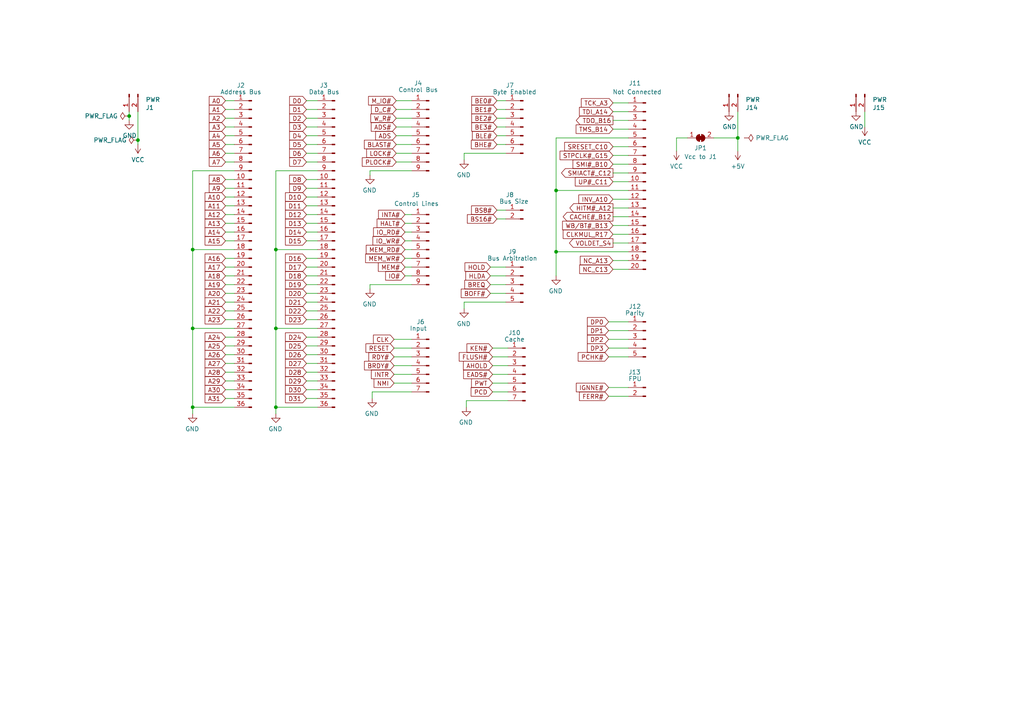
<source format=kicad_sch>
(kicad_sch (version 20211123) (generator eeschema)
  (paper "A4")
  (lib_symbols
    (symbol "Connector:Conn_01x02_Male" (pin_names (offset 1.016) hide)
      (property "Reference" "J" (at 0 2.54 0))
      (property "Value" "Conn_01x02_Male" (at 0 -5.08 0))
      (symbol "Conn_01x02_Male_1_1"
        (polyline (pts (xy 1.27 -2.54) (xy 0.8636 -2.54)) (stroke (width 0.1524)))
        (polyline (pts (xy 1.27 0) (xy 0.8636 0)) (stroke (width 0.1524)))
        (rectangle (start 0.8636 -2.413) (end 0 -2.667) (stroke (width 0.1524)) (fill (type outline)))
        (rectangle (start 0.8636 0.127) (end 0 -0.127) (stroke (width 0.1524)) (fill (type outline)))
        (pin passive line (at 5.08 0 180) (length 3.81) (name "Pin_1") (number "1"))
        (pin passive line (at 5.08 -2.54 180) (length 3.81) (name "Pin_2") (number "2"))
      )
    )
    (symbol "Connector:Conn_01x05_Male" (pin_names (offset 1.016) hide)
      (property "Reference" "J" (at 0 7.62 0))
      (property "Value" "Conn_01x05_Male" (at 0 -7.62 0))
      (symbol "Conn_01x05_Male_1_1"
        (polyline (pts (xy 1.27 -5.08) (xy 0.8636 -5.08)) (stroke (width 0.1524)))
        (polyline (pts (xy 1.27 -2.54) (xy 0.8636 -2.54)) (stroke (width 0.1524)))
        (polyline (pts (xy 1.27 0) (xy 0.8636 0)) (stroke (width 0.1524)))
        (polyline (pts (xy 1.27 2.54) (xy 0.8636 2.54)) (stroke (width 0.1524)))
        (polyline (pts (xy 1.27 5.08) (xy 0.8636 5.08)) (stroke (width 0.1524)))
        (rectangle (start 0.8636 -4.953) (end 0 -5.207) (stroke (width 0.1524)) (fill (type outline)))
        (rectangle (start 0.8636 -2.413) (end 0 -2.667) (stroke (width 0.1524)) (fill (type outline)))
        (rectangle (start 0.8636 0.127) (end 0 -0.127) (stroke (width 0.1524)) (fill (type outline)))
        (rectangle (start 0.8636 2.667) (end 0 2.413) (stroke (width 0.1524)) (fill (type outline)))
        (rectangle (start 0.8636 5.207) (end 0 4.953) (stroke (width 0.1524)) (fill (type outline)))
        (pin passive line (at 5.08 5.08 180) (length 3.81) (name "Pin_1") (number "1"))
        (pin passive line (at 5.08 2.54 180) (length 3.81) (name "Pin_2") (number "2"))
        (pin passive line (at 5.08 0 180) (length 3.81) (name "Pin_3") (number "3"))
        (pin passive line (at 5.08 -2.54 180) (length 3.81) (name "Pin_4") (number "4"))
        (pin passive line (at 5.08 -5.08 180) (length 3.81) (name "Pin_5") (number "5"))
      )
    )
    (symbol "Connector:Conn_01x07_Male" (pin_names (offset 1.016) hide)
      (property "Reference" "J" (at 0 10.16 0))
      (property "Value" "Conn_01x07_Male" (at 0 -10.16 0))
      (symbol "Conn_01x07_Male_1_1"
        (polyline (pts (xy 1.27 -7.62) (xy 0.8636 -7.62)) (stroke (width 0.1524)))
        (polyline (pts (xy 1.27 -5.08) (xy 0.8636 -5.08)) (stroke (width 0.1524)))
        (polyline (pts (xy 1.27 -2.54) (xy 0.8636 -2.54)) (stroke (width 0.1524)))
        (polyline (pts (xy 1.27 0) (xy 0.8636 0)) (stroke (width 0.1524)))
        (polyline (pts (xy 1.27 2.54) (xy 0.8636 2.54)) (stroke (width 0.1524)))
        (polyline (pts (xy 1.27 5.08) (xy 0.8636 5.08)) (stroke (width 0.1524)))
        (polyline (pts (xy 1.27 7.62) (xy 0.8636 7.62)) (stroke (width 0.1524)))
        (rectangle (start 0.8636 -7.493) (end 0 -7.747) (stroke (width 0.1524)) (fill (type outline)))
        (rectangle (start 0.8636 -4.953) (end 0 -5.207) (stroke (width 0.1524)) (fill (type outline)))
        (rectangle (start 0.8636 -2.413) (end 0 -2.667) (stroke (width 0.1524)) (fill (type outline)))
        (rectangle (start 0.8636 0.127) (end 0 -0.127) (stroke (width 0.1524)) (fill (type outline)))
        (rectangle (start 0.8636 2.667) (end 0 2.413) (stroke (width 0.1524)) (fill (type outline)))
        (rectangle (start 0.8636 5.207) (end 0 4.953) (stroke (width 0.1524)) (fill (type outline)))
        (rectangle (start 0.8636 7.747) (end 0 7.493) (stroke (width 0.1524)) (fill (type outline)))
        (pin passive line (at 5.08 7.62 180) (length 3.81) (name "Pin_1") (number "1"))
        (pin passive line (at 5.08 5.08 180) (length 3.81) (name "Pin_2") (number "2"))
        (pin passive line (at 5.08 2.54 180) (length 3.81) (name "Pin_3") (number "3"))
        (pin passive line (at 5.08 0 180) (length 3.81) (name "Pin_4") (number "4"))
        (pin passive line (at 5.08 -2.54 180) (length 3.81) (name "Pin_5") (number "5"))
        (pin passive line (at 5.08 -5.08 180) (length 3.81) (name "Pin_6") (number "6"))
        (pin passive line (at 5.08 -7.62 180) (length 3.81) (name "Pin_7") (number "7"))
      )
    )
    (symbol "Connector:Conn_01x09_Male" (pin_names (offset 1.016) hide)
      (property "Reference" "J" (at 0 12.7 0))
      (property "Value" "Conn_01x09_Male" (at 0 -12.7 0))
      (symbol "Conn_01x09_Male_1_1"
        (polyline (pts (xy 1.27 -10.16) (xy 0.8636 -10.16)) (stroke (width 0.1524)))
        (polyline (pts (xy 1.27 -7.62) (xy 0.8636 -7.62)) (stroke (width 0.1524)))
        (polyline (pts (xy 1.27 -5.08) (xy 0.8636 -5.08)) (stroke (width 0.1524)))
        (polyline (pts (xy 1.27 -2.54) (xy 0.8636 -2.54)) (stroke (width 0.1524)))
        (polyline (pts (xy 1.27 0) (xy 0.8636 0)) (stroke (width 0.1524)))
        (polyline (pts (xy 1.27 2.54) (xy 0.8636 2.54)) (stroke (width 0.1524)))
        (polyline (pts (xy 1.27 5.08) (xy 0.8636 5.08)) (stroke (width 0.1524)))
        (polyline (pts (xy 1.27 7.62) (xy 0.8636 7.62)) (stroke (width 0.1524)))
        (polyline (pts (xy 1.27 10.16) (xy 0.8636 10.16)) (stroke (width 0.1524)))
        (rectangle (start 0.8636 -10.033) (end 0 -10.287) (stroke (width 0.1524)) (fill (type outline)))
        (rectangle (start 0.8636 -7.493) (end 0 -7.747) (stroke (width 0.1524)) (fill (type outline)))
        (rectangle (start 0.8636 -4.953) (end 0 -5.207) (stroke (width 0.1524)) (fill (type outline)))
        (rectangle (start 0.8636 -2.413) (end 0 -2.667) (stroke (width 0.1524)) (fill (type outline)))
        (rectangle (start 0.8636 0.127) (end 0 -0.127) (stroke (width 0.1524)) (fill (type outline)))
        (rectangle (start 0.8636 2.667) (end 0 2.413) (stroke (width 0.1524)) (fill (type outline)))
        (rectangle (start 0.8636 5.207) (end 0 4.953) (stroke (width 0.1524)) (fill (type outline)))
        (rectangle (start 0.8636 7.747) (end 0 7.493) (stroke (width 0.1524)) (fill (type outline)))
        (rectangle (start 0.8636 10.287) (end 0 10.033) (stroke (width 0.1524)) (fill (type outline)))
        (pin passive line (at 5.08 10.16 180) (length 3.81) (name "Pin_1") (number "1"))
        (pin passive line (at 5.08 7.62 180) (length 3.81) (name "Pin_2") (number "2"))
        (pin passive line (at 5.08 5.08 180) (length 3.81) (name "Pin_3") (number "3"))
        (pin passive line (at 5.08 2.54 180) (length 3.81) (name "Pin_4") (number "4"))
        (pin passive line (at 5.08 0 180) (length 3.81) (name "Pin_5") (number "5"))
        (pin passive line (at 5.08 -2.54 180) (length 3.81) (name "Pin_6") (number "6"))
        (pin passive line (at 5.08 -5.08 180) (length 3.81) (name "Pin_7") (number "7"))
        (pin passive line (at 5.08 -7.62 180) (length 3.81) (name "Pin_8") (number "8"))
        (pin passive line (at 5.08 -10.16 180) (length 3.81) (name "Pin_9") (number "9"))
      )
    )
    (symbol "Connector:Conn_01x20_Male" (pin_names (offset 1.016) hide)
      (property "Reference" "J" (at 0 25.4 0))
      (property "Value" "Conn_01x20_Male" (at 0 -27.94 0))
      (symbol "Conn_01x20_Male_1_1"
        (polyline (pts (xy 1.27 -25.4) (xy 0.8636 -25.4)) (stroke (width 0.1524)))
        (polyline (pts (xy 1.27 -22.86) (xy 0.8636 -22.86)) (stroke (width 0.1524)))
        (polyline (pts (xy 1.27 -20.32) (xy 0.8636 -20.32)) (stroke (width 0.1524)))
        (polyline (pts (xy 1.27 -17.78) (xy 0.8636 -17.78)) (stroke (width 0.1524)))
        (polyline (pts (xy 1.27 -15.24) (xy 0.8636 -15.24)) (stroke (width 0.1524)))
        (polyline (pts (xy 1.27 -12.7) (xy 0.8636 -12.7)) (stroke (width 0.1524)))
        (polyline (pts (xy 1.27 -10.16) (xy 0.8636 -10.16)) (stroke (width 0.1524)))
        (polyline (pts (xy 1.27 -7.62) (xy 0.8636 -7.62)) (stroke (width 0.1524)))
        (polyline (pts (xy 1.27 -5.08) (xy 0.8636 -5.08)) (stroke (width 0.1524)))
        (polyline (pts (xy 1.27 -2.54) (xy 0.8636 -2.54)) (stroke (width 0.1524)))
        (polyline (pts (xy 1.27 0) (xy 0.8636 0)) (stroke (width 0.1524)))
        (polyline (pts (xy 1.27 2.54) (xy 0.8636 2.54)) (stroke (width 0.1524)))
        (polyline (pts (xy 1.27 5.08) (xy 0.8636 5.08)) (stroke (width 0.1524)))
        (polyline (pts (xy 1.27 7.62) (xy 0.8636 7.62)) (stroke (width 0.1524)))
        (polyline (pts (xy 1.27 10.16) (xy 0.8636 10.16)) (stroke (width 0.1524)))
        (polyline (pts (xy 1.27 12.7) (xy 0.8636 12.7)) (stroke (width 0.1524)))
        (polyline (pts (xy 1.27 15.24) (xy 0.8636 15.24)) (stroke (width 0.1524)))
        (polyline (pts (xy 1.27 17.78) (xy 0.8636 17.78)) (stroke (width 0.1524)))
        (polyline (pts (xy 1.27 20.32) (xy 0.8636 20.32)) (stroke (width 0.1524)))
        (polyline (pts (xy 1.27 22.86) (xy 0.8636 22.86)) (stroke (width 0.1524)))
        (rectangle (start 0.8636 -25.273) (end 0 -25.527) (stroke (width 0.1524)) (fill (type outline)))
        (rectangle (start 0.8636 -22.733) (end 0 -22.987) (stroke (width 0.1524)) (fill (type outline)))
        (rectangle (start 0.8636 -20.193) (end 0 -20.447) (stroke (width 0.1524)) (fill (type outline)))
        (rectangle (start 0.8636 -17.653) (end 0 -17.907) (stroke (width 0.1524)) (fill (type outline)))
        (rectangle (start 0.8636 -15.113) (end 0 -15.367) (stroke (width 0.1524)) (fill (type outline)))
        (rectangle (start 0.8636 -12.573) (end 0 -12.827) (stroke (width 0.1524)) (fill (type outline)))
        (rectangle (start 0.8636 -10.033) (end 0 -10.287) (stroke (width 0.1524)) (fill (type outline)))
        (rectangle (start 0.8636 -7.493) (end 0 -7.747) (stroke (width 0.1524)) (fill (type outline)))
        (rectangle (start 0.8636 -4.953) (end 0 -5.207) (stroke (width 0.1524)) (fill (type outline)))
        (rectangle (start 0.8636 -2.413) (end 0 -2.667) (stroke (width 0.1524)) (fill (type outline)))
        (rectangle (start 0.8636 0.127) (end 0 -0.127) (stroke (width 0.1524)) (fill (type outline)))
        (rectangle (start 0.8636 2.667) (end 0 2.413) (stroke (width 0.1524)) (fill (type outline)))
        (rectangle (start 0.8636 5.207) (end 0 4.953) (stroke (width 0.1524)) (fill (type outline)))
        (rectangle (start 0.8636 7.747) (end 0 7.493) (stroke (width 0.1524)) (fill (type outline)))
        (rectangle (start 0.8636 10.287) (end 0 10.033) (stroke (width 0.1524)) (fill (type outline)))
        (rectangle (start 0.8636 12.827) (end 0 12.573) (stroke (width 0.1524)) (fill (type outline)))
        (rectangle (start 0.8636 15.367) (end 0 15.113) (stroke (width 0.1524)) (fill (type outline)))
        (rectangle (start 0.8636 17.907) (end 0 17.653) (stroke (width 0.1524)) (fill (type outline)))
        (rectangle (start 0.8636 20.447) (end 0 20.193) (stroke (width 0.1524)) (fill (type outline)))
        (rectangle (start 0.8636 22.987) (end 0 22.733) (stroke (width 0.1524)) (fill (type outline)))
        (pin passive line (at 5.08 22.86 180) (length 3.81) (name "Pin_1") (number "1"))
        (pin passive line (at 5.08 0 180) (length 3.81) (name "Pin_10") (number "10"))
        (pin passive line (at 5.08 -2.54 180) (length 3.81) (name "Pin_11") (number "11"))
        (pin passive line (at 5.08 -5.08 180) (length 3.81) (name "Pin_12") (number "12"))
        (pin passive line (at 5.08 -7.62 180) (length 3.81) (name "Pin_13") (number "13"))
        (pin passive line (at 5.08 -10.16 180) (length 3.81) (name "Pin_14") (number "14"))
        (pin passive line (at 5.08 -12.7 180) (length 3.81) (name "Pin_15") (number "15"))
        (pin passive line (at 5.08 -15.24 180) (length 3.81) (name "Pin_16") (number "16"))
        (pin passive line (at 5.08 -17.78 180) (length 3.81) (name "Pin_17") (number "17"))
        (pin passive line (at 5.08 -20.32 180) (length 3.81) (name "Pin_18") (number "18"))
        (pin passive line (at 5.08 -22.86 180) (length 3.81) (name "Pin_19") (number "19"))
        (pin passive line (at 5.08 20.32 180) (length 3.81) (name "Pin_2") (number "2"))
        (pin passive line (at 5.08 -25.4 180) (length 3.81) (name "Pin_20") (number "20"))
        (pin passive line (at 5.08 17.78 180) (length 3.81) (name "Pin_3") (number "3"))
        (pin passive line (at 5.08 15.24 180) (length 3.81) (name "Pin_4") (number "4"))
        (pin passive line (at 5.08 12.7 180) (length 3.81) (name "Pin_5") (number "5"))
        (pin passive line (at 5.08 10.16 180) (length 3.81) (name "Pin_6") (number "6"))
        (pin passive line (at 5.08 7.62 180) (length 3.81) (name "Pin_7") (number "7"))
        (pin passive line (at 5.08 5.08 180) (length 3.81) (name "Pin_8") (number "8"))
        (pin passive line (at 5.08 2.54 180) (length 3.81) (name "Pin_9") (number "9"))
      )
    )
    (symbol "Connector:Conn_01x36_Male" (pin_names (offset 1.016) hide)
      (property "Reference" "J" (at 0 45.72 0))
      (property "Value" "Conn_01x36_Male" (at 0 -48.26 0))
      (symbol "Conn_01x36_Male_1_1"
        (polyline (pts (xy 1.27 -45.72) (xy 0.8636 -45.72)) (stroke (width 0.1524)))
        (polyline (pts (xy 1.27 -43.18) (xy 0.8636 -43.18)) (stroke (width 0.1524)))
        (polyline (pts (xy 1.27 -40.64) (xy 0.8636 -40.64)) (stroke (width 0.1524)))
        (polyline (pts (xy 1.27 -38.1) (xy 0.8636 -38.1)) (stroke (width 0.1524)))
        (polyline (pts (xy 1.27 -35.56) (xy 0.8636 -35.56)) (stroke (width 0.1524)))
        (polyline (pts (xy 1.27 -33.02) (xy 0.8636 -33.02)) (stroke (width 0.1524)))
        (polyline (pts (xy 1.27 -30.48) (xy 0.8636 -30.48)) (stroke (width 0.1524)))
        (polyline (pts (xy 1.27 -27.94) (xy 0.8636 -27.94)) (stroke (width 0.1524)))
        (polyline (pts (xy 1.27 -25.4) (xy 0.8636 -25.4)) (stroke (width 0.1524)))
        (polyline (pts (xy 1.27 -22.86) (xy 0.8636 -22.86)) (stroke (width 0.1524)))
        (polyline (pts (xy 1.27 -20.32) (xy 0.8636 -20.32)) (stroke (width 0.1524)))
        (polyline (pts (xy 1.27 -17.78) (xy 0.8636 -17.78)) (stroke (width 0.1524)))
        (polyline (pts (xy 1.27 -15.24) (xy 0.8636 -15.24)) (stroke (width 0.1524)))
        (polyline (pts (xy 1.27 -12.7) (xy 0.8636 -12.7)) (stroke (width 0.1524)))
        (polyline (pts (xy 1.27 -10.16) (xy 0.8636 -10.16)) (stroke (width 0.1524)))
        (polyline (pts (xy 1.27 -7.62) (xy 0.8636 -7.62)) (stroke (width 0.1524)))
        (polyline (pts (xy 1.27 -5.08) (xy 0.8636 -5.08)) (stroke (width 0.1524)))
        (polyline (pts (xy 1.27 -2.54) (xy 0.8636 -2.54)) (stroke (width 0.1524)))
        (polyline (pts (xy 1.27 0) (xy 0.8636 0)) (stroke (width 0.1524)))
        (polyline (pts (xy 1.27 2.54) (xy 0.8636 2.54)) (stroke (width 0.1524)))
        (polyline (pts (xy 1.27 5.08) (xy 0.8636 5.08)) (stroke (width 0.1524)))
        (polyline (pts (xy 1.27 7.62) (xy 0.8636 7.62)) (stroke (width 0.1524)))
        (polyline (pts (xy 1.27 10.16) (xy 0.8636 10.16)) (stroke (width 0.1524)))
        (polyline (pts (xy 1.27 12.7) (xy 0.8636 12.7)) (stroke (width 0.1524)))
        (polyline (pts (xy 1.27 15.24) (xy 0.8636 15.24)) (stroke (width 0.1524)))
        (polyline (pts (xy 1.27 17.78) (xy 0.8636 17.78)) (stroke (width 0.1524)))
        (polyline (pts (xy 1.27 20.32) (xy 0.8636 20.32)) (stroke (width 0.1524)))
        (polyline (pts (xy 1.27 22.86) (xy 0.8636 22.86)) (stroke (width 0.1524)))
        (polyline (pts (xy 1.27 25.4) (xy 0.8636 25.4)) (stroke (width 0.1524)))
        (polyline (pts (xy 1.27 27.94) (xy 0.8636 27.94)) (stroke (width 0.1524)))
        (polyline (pts (xy 1.27 30.48) (xy 0.8636 30.48)) (stroke (width 0.1524)))
        (polyline (pts (xy 1.27 33.02) (xy 0.8636 33.02)) (stroke (width 0.1524)))
        (polyline (pts (xy 1.27 35.56) (xy 0.8636 35.56)) (stroke (width 0.1524)))
        (polyline (pts (xy 1.27 38.1) (xy 0.8636 38.1)) (stroke (width 0.1524)))
        (polyline (pts (xy 1.27 40.64) (xy 0.8636 40.64)) (stroke (width 0.1524)))
        (polyline (pts (xy 1.27 43.18) (xy 0.8636 43.18)) (stroke (width 0.1524)))
        (rectangle (start 0.8636 -45.593) (end 0 -45.847) (stroke (width 0.1524)) (fill (type outline)))
        (rectangle (start 0.8636 -43.053) (end 0 -43.307) (stroke (width 0.1524)) (fill (type outline)))
        (rectangle (start 0.8636 -40.513) (end 0 -40.767) (stroke (width 0.1524)) (fill (type outline)))
        (rectangle (start 0.8636 -37.973) (end 0 -38.227) (stroke (width 0.1524)) (fill (type outline)))
        (rectangle (start 0.8636 -35.433) (end 0 -35.687) (stroke (width 0.1524)) (fill (type outline)))
        (rectangle (start 0.8636 -32.893) (end 0 -33.147) (stroke (width 0.1524)) (fill (type outline)))
        (rectangle (start 0.8636 -30.353) (end 0 -30.607) (stroke (width 0.1524)) (fill (type outline)))
        (rectangle (start 0.8636 -27.813) (end 0 -28.067) (stroke (width 0.1524)) (fill (type outline)))
        (rectangle (start 0.8636 -25.273) (end 0 -25.527) (stroke (width 0.1524)) (fill (type outline)))
        (rectangle (start 0.8636 -22.733) (end 0 -22.987) (stroke (width 0.1524)) (fill (type outline)))
        (rectangle (start 0.8636 -20.193) (end 0 -20.447) (stroke (width 0.1524)) (fill (type outline)))
        (rectangle (start 0.8636 -17.653) (end 0 -17.907) (stroke (width 0.1524)) (fill (type outline)))
        (rectangle (start 0.8636 -15.113) (end 0 -15.367) (stroke (width 0.1524)) (fill (type outline)))
        (rectangle (start 0.8636 -12.573) (end 0 -12.827) (stroke (width 0.1524)) (fill (type outline)))
        (rectangle (start 0.8636 -10.033) (end 0 -10.287) (stroke (width 0.1524)) (fill (type outline)))
        (rectangle (start 0.8636 -7.493) (end 0 -7.747) (stroke (width 0.1524)) (fill (type outline)))
        (rectangle (start 0.8636 -4.953) (end 0 -5.207) (stroke (width 0.1524)) (fill (type outline)))
        (rectangle (start 0.8636 -2.413) (end 0 -2.667) (stroke (width 0.1524)) (fill (type outline)))
        (rectangle (start 0.8636 0.127) (end 0 -0.127) (stroke (width 0.1524)) (fill (type outline)))
        (rectangle (start 0.8636 2.667) (end 0 2.413) (stroke (width 0.1524)) (fill (type outline)))
        (rectangle (start 0.8636 5.207) (end 0 4.953) (stroke (width 0.1524)) (fill (type outline)))
        (rectangle (start 0.8636 7.747) (end 0 7.493) (stroke (width 0.1524)) (fill (type outline)))
        (rectangle (start 0.8636 10.287) (end 0 10.033) (stroke (width 0.1524)) (fill (type outline)))
        (rectangle (start 0.8636 12.827) (end 0 12.573) (stroke (width 0.1524)) (fill (type outline)))
        (rectangle (start 0.8636 15.367) (end 0 15.113) (stroke (width 0.1524)) (fill (type outline)))
        (rectangle (start 0.8636 17.907) (end 0 17.653) (stroke (width 0.1524)) (fill (type outline)))
        (rectangle (start 0.8636 20.447) (end 0 20.193) (stroke (width 0.1524)) (fill (type outline)))
        (rectangle (start 0.8636 22.987) (end 0 22.733) (stroke (width 0.1524)) (fill (type outline)))
        (rectangle (start 0.8636 25.527) (end 0 25.273) (stroke (width 0.1524)) (fill (type outline)))
        (rectangle (start 0.8636 28.067) (end 0 27.813) (stroke (width 0.1524)) (fill (type outline)))
        (rectangle (start 0.8636 30.607) (end 0 30.353) (stroke (width 0.1524)) (fill (type outline)))
        (rectangle (start 0.8636 33.147) (end 0 32.893) (stroke (width 0.1524)) (fill (type outline)))
        (rectangle (start 0.8636 35.687) (end 0 35.433) (stroke (width 0.1524)) (fill (type outline)))
        (rectangle (start 0.8636 38.227) (end 0 37.973) (stroke (width 0.1524)) (fill (type outline)))
        (rectangle (start 0.8636 40.767) (end 0 40.513) (stroke (width 0.1524)) (fill (type outline)))
        (rectangle (start 0.8636 43.307) (end 0 43.053) (stroke (width 0.1524)) (fill (type outline)))
        (pin passive line (at 5.08 43.18 180) (length 3.81) (name "Pin_1") (number "1"))
        (pin passive line (at 5.08 20.32 180) (length 3.81) (name "Pin_10") (number "10"))
        (pin passive line (at 5.08 17.78 180) (length 3.81) (name "Pin_11") (number "11"))
        (pin passive line (at 5.08 15.24 180) (length 3.81) (name "Pin_12") (number "12"))
        (pin passive line (at 5.08 12.7 180) (length 3.81) (name "Pin_13") (number "13"))
        (pin passive line (at 5.08 10.16 180) (length 3.81) (name "Pin_14") (number "14"))
        (pin passive line (at 5.08 7.62 180) (length 3.81) (name "Pin_15") (number "15"))
        (pin passive line (at 5.08 5.08 180) (length 3.81) (name "Pin_16") (number "16"))
        (pin passive line (at 5.08 2.54 180) (length 3.81) (name "Pin_17") (number "17"))
        (pin passive line (at 5.08 0 180) (length 3.81) (name "Pin_18") (number "18"))
        (pin passive line (at 5.08 -2.54 180) (length 3.81) (name "Pin_19") (number "19"))
        (pin passive line (at 5.08 40.64 180) (length 3.81) (name "Pin_2") (number "2"))
        (pin passive line (at 5.08 -5.08 180) (length 3.81) (name "Pin_20") (number "20"))
        (pin passive line (at 5.08 -7.62 180) (length 3.81) (name "Pin_21") (number "21"))
        (pin passive line (at 5.08 -10.16 180) (length 3.81) (name "Pin_22") (number "22"))
        (pin passive line (at 5.08 -12.7 180) (length 3.81) (name "Pin_23") (number "23"))
        (pin passive line (at 5.08 -15.24 180) (length 3.81) (name "Pin_24") (number "24"))
        (pin passive line (at 5.08 -17.78 180) (length 3.81) (name "Pin_25") (number "25"))
        (pin passive line (at 5.08 -20.32 180) (length 3.81) (name "Pin_26") (number "26"))
        (pin passive line (at 5.08 -22.86 180) (length 3.81) (name "Pin_27") (number "27"))
        (pin passive line (at 5.08 -25.4 180) (length 3.81) (name "Pin_28") (number "28"))
        (pin passive line (at 5.08 -27.94 180) (length 3.81) (name "Pin_29") (number "29"))
        (pin passive line (at 5.08 38.1 180) (length 3.81) (name "Pin_3") (number "3"))
        (pin passive line (at 5.08 -30.48 180) (length 3.81) (name "Pin_30") (number "30"))
        (pin passive line (at 5.08 -33.02 180) (length 3.81) (name "Pin_31") (number "31"))
        (pin passive line (at 5.08 -35.56 180) (length 3.81) (name "Pin_32") (number "32"))
        (pin passive line (at 5.08 -38.1 180) (length 3.81) (name "Pin_33") (number "33"))
        (pin passive line (at 5.08 -40.64 180) (length 3.81) (name "Pin_34") (number "34"))
        (pin passive line (at 5.08 -43.18 180) (length 3.81) (name "Pin_35") (number "35"))
        (pin passive line (at 5.08 -45.72 180) (length 3.81) (name "Pin_36") (number "36"))
        (pin passive line (at 5.08 35.56 180) (length 3.81) (name "Pin_4") (number "4"))
        (pin passive line (at 5.08 33.02 180) (length 3.81) (name "Pin_5") (number "5"))
        (pin passive line (at 5.08 30.48 180) (length 3.81) (name "Pin_6") (number "6"))
        (pin passive line (at 5.08 27.94 180) (length 3.81) (name "Pin_7") (number "7"))
        (pin passive line (at 5.08 25.4 180) (length 3.81) (name "Pin_8") (number "8"))
        (pin passive line (at 5.08 22.86 180) (length 3.81) (name "Pin_9") (number "9"))
      )
    )
    (symbol "Jumper:SolderJumper_2_Bridged" (pin_names (offset 0) hide)
      (property "Reference" "JP" (at 0 2.032 0))
      (property "Value" "SolderJumper_2_Bridged" (at 0 -2.54 0))
      (symbol "SolderJumper_2_Bridged_0_1"
        (rectangle (start -0.508 0.508) (end 0.508 -0.508) (fill (type outline)))
        (arc (start -0.254 1.016) (mid -1.27 0) (end -0.254 -1.016))
        (arc (start -0.254 1.016) (mid -1.27 0) (end -0.254 -1.016) (fill (type outline)))
        (polyline (pts (xy -0.254 1.016) (xy -0.254 -1.016)))
        (polyline (pts (xy 0.254 1.016) (xy 0.254 -1.016)))
        (arc (start 0.254 -1.016) (mid 1.27 0) (end 0.254 1.016))
        (arc (start 0.254 -1.016) (mid 1.27 0) (end 0.254 1.016) (fill (type outline)))
      )
      (symbol "SolderJumper_2_Bridged_1_1"
        (pin passive line (at -3.81 0 0) (length 2.54) (name "A") (number "1"))
        (pin passive line (at 3.81 0 180) (length 2.54) (name "B") (number "2"))
      )
    )
    (symbol "power:+5V" (power) (pin_names (offset 0))
      (property "Value" "+5V" (at 0 3.556 0))
      (symbol "+5V_0_1"
        (polyline (pts (xy -0.762 1.27) (xy 0 2.54)))
        (polyline (pts (xy 0 0) (xy 0 2.54)))
        (polyline (pts (xy 0 2.54) (xy 0.762 1.27)))
      )
      (symbol "+5V_1_1"
        (pin power_in line (at 0 0 90) (length 0) hide (name "+5V") (number "1"))
      )
    )
    (symbol "power:GND" (power) (pin_names (offset 0))
      (property "Value" "GND" (at 0 -3.81 0))
      (symbol "GND_0_1"
        (polyline (pts (xy 0 0) (xy 0 -1.27) (xy 1.27 -1.27) (xy 0 -2.54) (xy -1.27 -1.27) (xy 0 -1.27)))
      )
      (symbol "GND_1_1"
        (pin power_in line (at 0 0 270) (length 0) hide (name "GND") (number "1"))
      )
    )
    (symbol "power:PWR_FLAG" (power) (pin_numbers hide) (pin_names (offset 0) hide)
      (property "Value" "PWR_FLAG" (at 0 3.81 0))
      (symbol "PWR_FLAG_0_0"
        (pin power_out line (at 0 0 90) (length 0) (name "pwr") (number "1"))
      )
      (symbol "PWR_FLAG_0_1"
        (polyline (pts (xy 0 0) (xy 0 1.27) (xy -1.016 1.905) (xy 0 2.54) (xy 1.016 1.905) (xy 0 1.27)))
      )
    )
    (symbol "power:VCC" (power) (pin_names (offset 0))
      (property "Value" "VCC" (at 0 3.81 0))
      (symbol "VCC_0_1"
        (polyline (pts (xy -0.762 1.27) (xy 0 2.54)))
        (polyline (pts (xy 0 0) (xy 0 2.54)))
        (polyline (pts (xy 0 2.54) (xy 0.762 1.27)))
      )
      (symbol "VCC_1_1"
        (pin power_in line (at 0 0 90) (length 0) hide (name "VCC") (number "1"))
      )
    )
  )
  (junction (at 55.88 95.25))
  (junction (at 80.01 95.25))
  (junction (at 55.88 118.11))
  (junction (at 37.465 33.655))
  (junction (at 161.29 55.245))
  (junction (at 161.29 73.025))
  (junction (at 80.01 72.39))
  (junction (at 213.995 40.005))
  (junction (at 55.88 72.39))
  (junction (at 80.01 118.11))
  (junction (at 40.005 40.64))
  (wire (pts (xy 107.315 49.53) (xy 119.38 49.53)))
  (wire (pts (xy 177.8 47.625) (xy 182.245 47.625)))
  (wire (pts (xy 250.825 36.83) (xy 250.825 32.385)))
  (wire (pts (xy 146.685 31.75) (xy 144.145 31.75)))
  (wire (pts (xy 177.8 45.085) (xy 182.245 45.085)))
  (wire (pts (xy 176.53 114.935) (xy 182.245 114.935)))
  (wire (pts (xy 144.145 63.5) (xy 146.685 63.5)))
  (wire (pts (xy 114.3 106.045) (xy 119.38 106.045)))
  (wire (pts (xy 88.9 100.33) (xy 92.075 100.33)))
  (wire (pts (xy 177.8 70.485) (xy 182.245 70.485)))
  (wire (pts (xy 67.945 80.01) (xy 65.405 80.01)))
  (wire (pts (xy 144.145 39.37) (xy 146.685 39.37)))
  (wire (pts (xy 88.9 67.31) (xy 92.075 67.31)))
  (wire (pts (xy 92.075 39.37) (xy 88.9 39.37)))
  (wire (pts (xy 92.075 64.77) (xy 88.9 64.77)))
  (wire (pts (xy 67.945 54.61) (xy 65.405 54.61)))
  (wire (pts (xy 142.24 77.47) (xy 146.685 77.47)))
  (wire (pts (xy 142.24 85.09) (xy 146.685 85.09)))
  (wire (pts (xy 67.945 115.57) (xy 65.405 115.57)))
  (wire (pts (xy 134.62 87.63) (xy 134.62 89.535)))
  (wire (pts (xy 142.875 100.965) (xy 147.32 100.965)))
  (wire (pts (xy 177.8 65.405) (xy 182.245 65.405)))
  (wire (pts (xy 213.995 32.385) (xy 213.995 40.005)))
  (wire (pts (xy 88.9 57.15) (xy 92.075 57.15)))
  (wire (pts (xy 142.875 106.045) (xy 147.32 106.045)))
  (wire (pts (xy 80.01 95.25) (xy 80.01 118.11)))
  (wire (pts (xy 92.075 97.79) (xy 88.9 97.79)))
  (wire (pts (xy 88.9 52.07) (xy 92.075 52.07)))
  (wire (pts (xy 119.38 62.23) (xy 117.475 62.23)))
  (wire (pts (xy 177.8 42.545) (xy 182.245 42.545)))
  (wire (pts (xy 177.8 62.865) (xy 182.245 62.865)))
  (wire (pts (xy 176.53 103.505) (xy 182.245 103.505)))
  (wire (pts (xy 107.315 82.55) (xy 107.315 83.82)))
  (wire (pts (xy 107.95 113.665) (xy 107.95 115.57)))
  (wire (pts (xy 80.01 72.39) (xy 80.01 95.25)))
  (wire (pts (xy 92.075 49.53) (xy 80.01 49.53)))
  (wire (pts (xy 92.075 72.39) (xy 80.01 72.39)))
  (wire (pts (xy 88.9 87.63) (xy 92.075 87.63)))
  (wire (pts (xy 119.38 67.31) (xy 117.475 67.31)))
  (wire (pts (xy 144.145 29.21) (xy 146.685 29.21)))
  (wire (pts (xy 67.945 87.63) (xy 65.405 87.63)))
  (wire (pts (xy 88.9 74.93) (xy 92.075 74.93)))
  (wire (pts (xy 92.075 90.17) (xy 88.9 90.17)))
  (wire (pts (xy 92.075 54.61) (xy 88.9 54.61)))
  (wire (pts (xy 40.005 40.64) (xy 40.005 41.91)))
  (wire (pts (xy 55.88 95.25) (xy 55.88 118.11)))
  (wire (pts (xy 67.945 82.55) (xy 65.405 82.55)))
  (wire (pts (xy 107.95 113.665) (xy 119.38 113.665)))
  (wire (pts (xy 177.8 32.385) (xy 182.245 32.385)))
  (wire (pts (xy 144.145 34.29) (xy 146.685 34.29)))
  (wire (pts (xy 92.075 80.01) (xy 88.9 80.01)))
  (wire (pts (xy 55.88 49.53) (xy 55.88 72.39)))
  (wire (pts (xy 67.945 97.79) (xy 65.405 97.79)))
  (wire (pts (xy 65.405 31.75) (xy 67.945 31.75)))
  (wire (pts (xy 207.01 40.005) (xy 213.995 40.005)))
  (wire (pts (xy 177.8 78.105) (xy 182.245 78.105)))
  (wire (pts (xy 67.945 41.91) (xy 65.405 41.91)))
  (wire (pts (xy 92.075 107.95) (xy 88.9 107.95)))
  (wire (pts (xy 67.945 34.29) (xy 65.405 34.29)))
  (wire (pts (xy 114.935 36.83) (xy 119.38 36.83)))
  (wire (pts (xy 92.075 29.21) (xy 88.9 29.21)))
  (wire (pts (xy 114.3 100.965) (xy 119.38 100.965)))
  (wire (pts (xy 117.475 77.47) (xy 119.38 77.47)))
  (wire (pts (xy 67.945 29.21) (xy 65.405 29.21)))
  (wire (pts (xy 114.935 29.21) (xy 119.38 29.21)))
  (wire (pts (xy 67.945 85.09) (xy 65.405 85.09)))
  (wire (pts (xy 177.8 37.465) (xy 182.245 37.465)))
  (wire (pts (xy 146.685 36.83) (xy 144.145 36.83)))
  (wire (pts (xy 92.075 59.69) (xy 88.9 59.69)))
  (wire (pts (xy 182.245 100.965) (xy 176.53 100.965)))
  (wire (pts (xy 119.38 69.85) (xy 117.475 69.85)))
  (wire (pts (xy 88.9 62.23) (xy 92.075 62.23)))
  (wire (pts (xy 67.945 95.25) (xy 55.88 95.25)))
  (wire (pts (xy 88.9 46.99) (xy 92.075 46.99)))
  (wire (pts (xy 177.8 67.945) (xy 182.245 67.945)))
  (wire (pts (xy 67.945 59.69) (xy 65.405 59.69)))
  (wire (pts (xy 67.945 36.83) (xy 65.405 36.83)))
  (wire (pts (xy 142.875 111.125) (xy 147.32 111.125)))
  (wire (pts (xy 117.475 80.01) (xy 119.38 80.01)))
  (wire (pts (xy 67.945 105.41) (xy 65.405 105.41)))
  (wire (pts (xy 88.9 92.71) (xy 92.075 92.71)))
  (wire (pts (xy 92.075 85.09) (xy 88.9 85.09)))
  (wire (pts (xy 88.9 105.41) (xy 92.075 105.41)))
  (wire (pts (xy 176.53 112.395) (xy 182.245 112.395)))
  (wire (pts (xy 134.62 44.45) (xy 134.62 46.355)))
  (wire (pts (xy 67.945 102.87) (xy 65.405 102.87)))
  (wire (pts (xy 67.945 49.53) (xy 55.88 49.53)))
  (wire (pts (xy 67.945 107.95) (xy 65.405 107.95)))
  (wire (pts (xy 182.245 40.005) (xy 161.29 40.005)))
  (wire (pts (xy 67.945 67.31) (xy 65.405 67.31)))
  (wire (pts (xy 67.945 69.85) (xy 65.405 69.85)))
  (wire (pts (xy 67.945 46.99) (xy 65.405 46.99)))
  (wire (pts (xy 177.8 50.165) (xy 182.245 50.165)))
  (wire (pts (xy 213.995 40.005) (xy 213.995 43.815)))
  (wire (pts (xy 67.945 100.33) (xy 65.405 100.33)))
  (wire (pts (xy 92.075 34.29) (xy 88.9 34.29)))
  (wire (pts (xy 114.935 34.29) (xy 119.38 34.29)))
  (wire (pts (xy 142.875 113.665) (xy 147.32 113.665)))
  (wire (pts (xy 142.24 82.55) (xy 146.685 82.55)))
  (wire (pts (xy 146.685 60.96) (xy 144.145 60.96)))
  (wire (pts (xy 114.935 39.37) (xy 119.38 39.37)))
  (wire (pts (xy 67.945 90.17) (xy 65.405 90.17)))
  (wire (pts (xy 92.075 44.45) (xy 88.9 44.45)))
  (wire (pts (xy 88.9 82.55) (xy 92.075 82.55)))
  (wire (pts (xy 67.945 62.23) (xy 65.405 62.23)))
  (wire (pts (xy 55.88 118.11) (xy 67.945 118.11)))
  (wire (pts (xy 67.945 64.77) (xy 65.405 64.77)))
  (wire (pts (xy 88.9 36.83) (xy 92.075 36.83)))
  (wire (pts (xy 80.01 118.11) (xy 92.075 118.11)))
  (wire (pts (xy 92.075 102.87) (xy 88.9 102.87)))
  (wire (pts (xy 55.88 72.39) (xy 55.88 95.25)))
  (wire (pts (xy 177.8 57.785) (xy 182.245 57.785)))
  (wire (pts (xy 177.8 34.925) (xy 182.245 34.925)))
  (wire (pts (xy 88.9 31.75) (xy 92.075 31.75)))
  (wire (pts (xy 135.255 116.205) (xy 147.32 116.205)))
  (wire (pts (xy 40.005 32.385) (xy 40.005 40.64)))
  (wire (pts (xy 55.88 118.11) (xy 55.88 120.015)))
  (wire (pts (xy 67.945 39.37) (xy 65.405 39.37)))
  (wire (pts (xy 119.38 72.39) (xy 117.475 72.39)))
  (wire (pts (xy 177.8 75.565) (xy 182.245 75.565)))
  (wire (pts (xy 67.945 72.39) (xy 55.88 72.39)))
  (wire (pts (xy 88.9 41.91) (xy 92.075 41.91)))
  (wire (pts (xy 88.9 77.47) (xy 92.075 77.47)))
  (wire (pts (xy 135.255 116.205) (xy 135.255 118.11)))
  (wire (pts (xy 114.3 111.125) (xy 119.38 111.125)))
  (wire (pts (xy 92.075 95.25) (xy 80.01 95.25)))
  (wire (pts (xy 161.29 73.025) (xy 161.29 80.01)))
  (wire (pts (xy 114.3 108.585) (xy 119.38 108.585)))
  (wire (pts (xy 67.945 74.93) (xy 65.405 74.93)))
  (wire (pts (xy 67.945 113.03) (xy 65.405 113.03)))
  (wire (pts (xy 161.29 55.245) (xy 161.29 73.025)))
  (wire (pts (xy 146.685 41.91) (xy 144.145 41.91)))
  (wire (pts (xy 182.245 98.425) (xy 176.53 98.425)))
  (wire (pts (xy 67.945 110.49) (xy 65.405 110.49)))
  (wire (pts (xy 177.8 60.325) (xy 182.245 60.325)))
  (wire (pts (xy 134.62 44.45) (xy 146.685 44.45)))
  (wire (pts (xy 161.29 73.025) (xy 182.245 73.025)))
  (wire (pts (xy 142.875 108.585) (xy 147.32 108.585)))
  (wire (pts (xy 114.935 41.91) (xy 119.38 41.91)))
  (wire (pts (xy 67.945 92.71) (xy 65.405 92.71)))
  (wire (pts (xy 119.38 64.77) (xy 117.475 64.77)))
  (wire (pts (xy 147.32 103.505) (xy 142.875 103.505)))
  (wire (pts (xy 182.245 95.885) (xy 176.53 95.885)))
  (wire (pts (xy 92.075 69.85) (xy 88.9 69.85)))
  (wire (pts (xy 92.075 113.03) (xy 88.9 113.03)))
  (wire (pts (xy 114.935 31.75) (xy 119.38 31.75)))
  (wire (pts (xy 107.315 82.55) (xy 119.38 82.55)))
  (wire (pts (xy 114.3 98.425) (xy 119.38 98.425)))
  (wire (pts (xy 177.8 29.845) (xy 182.245 29.845)))
  (wire (pts (xy 114.935 44.45) (xy 119.38 44.45)))
  (wire (pts (xy 67.945 52.07) (xy 65.405 52.07)))
  (wire (pts (xy 37.465 32.385) (xy 37.465 33.655)))
  (wire (pts (xy 80.01 49.53) (xy 80.01 72.39)))
  (wire (pts (xy 196.215 40.005) (xy 199.39 40.005)))
  (wire (pts (xy 142.24 80.01) (xy 146.685 80.01)))
  (wire (pts (xy 114.3 103.505) (xy 119.38 103.505)))
  (wire (pts (xy 107.315 49.53) (xy 107.315 50.8)))
  (wire (pts (xy 177.8 52.705) (xy 182.245 52.705)))
  (wire (pts (xy 196.215 40.005) (xy 196.215 43.815)))
  (wire (pts (xy 182.245 93.345) (xy 176.53 93.345)))
  (wire (pts (xy 119.38 74.93) (xy 117.475 74.93)))
  (wire (pts (xy 88.9 115.57) (xy 92.075 115.57)))
  (wire (pts (xy 67.945 57.15) (xy 65.405 57.15)))
  (wire (pts (xy 88.9 110.49) (xy 92.075 110.49)))
  (wire (pts (xy 67.945 77.47) (xy 65.405 77.47)))
  (wire (pts (xy 161.29 55.245) (xy 182.245 55.245)))
  (wire (pts (xy 134.62 87.63) (xy 146.685 87.63)))
  (wire (pts (xy 80.01 118.11) (xy 80.01 120.015)))
  (wire (pts (xy 67.945 44.45) (xy 65.405 44.45)))
  (wire (pts (xy 161.29 40.005) (xy 161.29 55.245)))
  (wire (pts (xy 37.465 33.655) (xy 37.465 34.925)))
  (wire (pts (xy 119.38 46.99) (xy 114.935 46.99)))
  (global_label "M_IO#" (shape input) (at 114.935 29.21 180) (property "Intersheet References" "${INTERSHEET_REFS}" (effects hide)))
  (global_label "IGNNE#" (shape input) (at 176.53 112.395 180) (property "Intersheet References" "${INTERSHEET_REFS}" (effects hide)))
  (global_label "MEM#" (shape input) (at 117.475 77.47 180) (property "Intersheet References" "${INTERSHEET_REFS}" (effects hide)))
  (global_label "A19" (shape input) (at 65.405 82.55 180) (property "Intersheet References" "${INTERSHEET_REFS}" (effects hide)))
  (global_label "A12" (shape input) (at 65.405 62.23 180) (property "Intersheet References" "${INTERSHEET_REFS}" (effects hide)))
  (global_label "D19" (shape input) (at 88.9 82.55 180) (property "Intersheet References" "${INTERSHEET_REFS}" (effects hide)))
  (global_label "A28" (shape input) (at 65.405 107.95 180) (property "Intersheet References" "${INTERSHEET_REFS}" (effects hide)))
  (global_label "W_R#" (shape input) (at 114.935 34.29 180) (property "Intersheet References" "${INTERSHEET_REFS}" (effects hide)))
  (global_label "IO#" (shape input) (at 117.475 80.01 180) (property "Intersheet References" "${INTERSHEET_REFS}" (effects hide)))
  (global_label "D30" (shape input) (at 88.9 113.03 180) (property "Intersheet References" "${INTERSHEET_REFS}" (effects hide)))
  (global_label "INTR" (shape input) (at 114.3 108.585 180) (property "Intersheet References" "${INTERSHEET_REFS}" (effects hide)))
  (global_label "D15" (shape input) (at 88.9 69.85 180) (property "Intersheet References" "${INTERSHEET_REFS}" (effects hide)))
  (global_label "A22" (shape input) (at 65.405 90.17 180) (property "Intersheet References" "${INTERSHEET_REFS}" (effects hide)))
  (global_label "BS8#" (shape input) (at 144.145 60.96 180) (property "Intersheet References" "${INTERSHEET_REFS}" (effects hide)))
  (global_label "A7" (shape input) (at 65.405 46.99 180) (property "Intersheet References" "${INTERSHEET_REFS}" (effects hide)))
  (global_label "FERR#" (shape input) (at 176.53 114.935 180) (property "Intersheet References" "${INTERSHEET_REFS}" (effects hide)))
  (global_label "DP2" (shape input) (at 176.53 98.425 180) (property "Intersheet References" "${INTERSHEET_REFS}" (effects hide)))
  (global_label "LOCK#" (shape input) (at 114.935 44.45 180) (property "Intersheet References" "${INTERSHEET_REFS}" (effects hide)))
  (global_label "A2" (shape input) (at 65.405 34.29 180) (property "Intersheet References" "${INTERSHEET_REFS}" (effects hide)))
  (global_label "A14" (shape input) (at 65.405 67.31 180) (property "Intersheet References" "${INTERSHEET_REFS}" (effects hide)))
  (global_label "D23" (shape input) (at 88.9 92.71 180) (property "Intersheet References" "${INTERSHEET_REFS}" (effects hide)))
  (global_label "BOFF#" (shape input) (at 142.24 85.09 180) (property "Intersheet References" "${INTERSHEET_REFS}" (effects hide)))
  (global_label "PCHK#" (shape input) (at 176.53 103.505 180) (property "Intersheet References" "${INTERSHEET_REFS}" (effects hide)))
  (global_label "A23" (shape input) (at 65.405 92.71 180) (property "Intersheet References" "${INTERSHEET_REFS}" (effects hide)))
  (global_label "BREQ" (shape input) (at 142.24 82.55 180) (property "Intersheet References" "${INTERSHEET_REFS}" (effects hide)))
  (global_label "RESET" (shape input) (at 114.3 100.965 180) (property "Intersheet References" "${INTERSHEET_REFS}" (effects hide)))
  (global_label "D18" (shape input) (at 88.9 80.01 180) (property "Intersheet References" "${INTERSHEET_REFS}" (effects hide)))
  (global_label "A21" (shape input) (at 65.405 87.63 180) (property "Intersheet References" "${INTERSHEET_REFS}" (effects hide)))
  (global_label "D16" (shape input) (at 88.9 74.93 180) (property "Intersheet References" "${INTERSHEET_REFS}" (effects hide)))
  (global_label "D31" (shape input) (at 88.9 115.57 180) (property "Intersheet References" "${INTERSHEET_REFS}" (effects hide)))
  (global_label "D24" (shape input) (at 88.9 97.79 180) (property "Intersheet References" "${INTERSHEET_REFS}" (effects hide)))
  (global_label "DP0" (shape input) (at 176.53 93.345 180) (property "Intersheet References" "${INTERSHEET_REFS}" (effects hide)))
  (global_label "A29" (shape input) (at 65.405 110.49 180) (property "Intersheet References" "${INTERSHEET_REFS}" (effects hide)))
  (global_label "HITM#_A12" (shape output) (at 177.8 60.325 180) (property "Intersheet References" "${INTERSHEET_REFS}" (effects hide)))
  (global_label "A11" (shape input) (at 65.405 59.69 180) (property "Intersheet References" "${INTERSHEET_REFS}" (effects hide)))
  (global_label "TDI_A14" (shape input) (at 177.8 32.385 180) (property "Intersheet References" "${INTERSHEET_REFS}" (effects hide)))
  (global_label "D17" (shape input) (at 88.9 77.47 180) (property "Intersheet References" "${INTERSHEET_REFS}" (effects hide)))
  (global_label "BE3#" (shape input) (at 144.145 36.83 180) (property "Intersheet References" "${INTERSHEET_REFS}" (effects hide)))
  (global_label "D0" (shape input) (at 88.9 29.21 180) (property "Intersheet References" "${INTERSHEET_REFS}" (effects hide)))
  (global_label "UP#_C11" (shape input) (at 177.8 52.705 180) (property "Intersheet References" "${INTERSHEET_REFS}" (effects hide)))
  (global_label "CLK" (shape input) (at 114.3 98.425 180) (property "Intersheet References" "${INTERSHEET_REFS}" (effects hide)))
  (global_label "A4" (shape input) (at 65.405 39.37 180) (property "Intersheet References" "${INTERSHEET_REFS}" (effects hide)))
  (global_label "A0" (shape input) (at 65.405 29.21 180) (property "Intersheet References" "${INTERSHEET_REFS}" (effects hide)))
  (global_label "A31" (shape input) (at 65.405 115.57 180) (property "Intersheet References" "${INTERSHEET_REFS}" (effects hide)))
  (global_label "NC_C13" (shape input) (at 177.8 78.105 180) (property "Intersheet References" "${INTERSHEET_REFS}" (effects hide)))
  (global_label "TDO_B16" (shape output) (at 177.8 34.925 180) (property "Intersheet References" "${INTERSHEET_REFS}" (effects hide)))
  (global_label "A26" (shape input) (at 65.405 102.87 180) (property "Intersheet References" "${INTERSHEET_REFS}" (effects hide)))
  (global_label "WB{slash}BT#_B13" (shape input) (at 177.8 65.405 180) (property "Intersheet References" "${INTERSHEET_REFS}" (effects hide)))
  (global_label "PLOCK#" (shape input) (at 114.935 46.99 180) (property "Intersheet References" "${INTERSHEET_REFS}" (effects hide)))
  (global_label "A13" (shape input) (at 65.405 64.77 180) (property "Intersheet References" "${INTERSHEET_REFS}" (effects hide)))
  (global_label "D12" (shape input) (at 88.9 62.23 180) (property "Intersheet References" "${INTERSHEET_REFS}" (effects hide)))
  (global_label "SRESET_C10" (shape input) (at 177.8 42.545 180) (property "Intersheet References" "${INTERSHEET_REFS}" (effects hide)))
  (global_label "CLKMUL_R17" (shape input) (at 177.8 67.945 180) (property "Intersheet References" "${INTERSHEET_REFS}" (effects hide)))
  (global_label "RDY#" (shape input) (at 114.3 103.505 180) (property "Intersheet References" "${INTERSHEET_REFS}" (effects hide)))
  (global_label "PWT" (shape input) (at 142.875 111.125 180) (property "Intersheet References" "${INTERSHEET_REFS}" (effects hide)))
  (global_label "EADS#" (shape input) (at 142.875 108.585 180) (property "Intersheet References" "${INTERSHEET_REFS}" (effects hide)))
  (global_label "D26" (shape input) (at 88.9 102.87 180) (property "Intersheet References" "${INTERSHEET_REFS}" (effects hide)))
  (global_label "BE0#" (shape input) (at 144.145 29.21 180) (property "Intersheet References" "${INTERSHEET_REFS}" (effects hide)))
  (global_label "SMI#_B10" (shape input) (at 177.8 47.625 180) (property "Intersheet References" "${INTERSHEET_REFS}" (effects hide)))
  (global_label "D5" (shape input) (at 88.9 41.91 180) (property "Intersheet References" "${INTERSHEET_REFS}" (effects hide)))
  (global_label "NC_A13" (shape input) (at 177.8 75.565 180) (property "Intersheet References" "${INTERSHEET_REFS}" (effects hide)))
  (global_label "VOLDET_S4" (shape output) (at 177.8 70.485 180) (property "Intersheet References" "${INTERSHEET_REFS}" (effects hide)))
  (global_label "D14" (shape input) (at 88.9 67.31 180) (property "Intersheet References" "${INTERSHEET_REFS}" (effects hide)))
  (global_label "D4" (shape input) (at 88.9 39.37 180) (property "Intersheet References" "${INTERSHEET_REFS}" (effects hide)))
  (global_label "STPCLK#_G15" (shape input) (at 177.8 45.085 180) (property "Intersheet References" "${INTERSHEET_REFS}" (effects hide)))
  (global_label "BLE#" (shape input) (at 144.145 39.37 180) (property "Intersheet References" "${INTERSHEET_REFS}" (effects hide)))
  (global_label "BRDY#" (shape input) (at 114.3 106.045 180) (property "Intersheet References" "${INTERSHEET_REFS}" (effects hide)))
  (global_label "A10" (shape input) (at 65.405 57.15 180) (property "Intersheet References" "${INTERSHEET_REFS}" (effects hide)))
  (global_label "A5" (shape input) (at 65.405 41.91 180) (property "Intersheet References" "${INTERSHEET_REFS}" (effects hide)))
  (global_label "BE2#" (shape input) (at 144.145 34.29 180) (property "Intersheet References" "${INTERSHEET_REFS}" (effects hide)))
  (global_label "D27" (shape input) (at 88.9 105.41 180) (property "Intersheet References" "${INTERSHEET_REFS}" (effects hide)))
  (global_label "D8" (shape input) (at 88.9 52.07 180) (property "Intersheet References" "${INTERSHEET_REFS}" (effects hide)))
  (global_label "SMIACT#_C12" (shape output) (at 177.8 50.165 180) (property "Intersheet References" "${INTERSHEET_REFS}" (effects hide)))
  (global_label "A24" (shape input) (at 65.405 97.79 180) (property "Intersheet References" "${INTERSHEET_REFS}" (effects hide)))
  (global_label "D28" (shape input) (at 88.9 107.95 180) (property "Intersheet References" "${INTERSHEET_REFS}" (effects hide)))
  (global_label "D13" (shape input) (at 88.9 64.77 180) (property "Intersheet References" "${INTERSHEET_REFS}" (effects hide)))
  (global_label "A1" (shape input) (at 65.405 31.75 180) (property "Intersheet References" "${INTERSHEET_REFS}" (effects hide)))
  (global_label "A20" (shape input) (at 65.405 85.09 180) (property "Intersheet References" "${INTERSHEET_REFS}" (effects hide)))
  (global_label "NMI" (shape input) (at 114.3 111.125 180) (property "Intersheet References" "${INTERSHEET_REFS}" (effects hide)))
  (global_label "INV_A10" (shape input) (at 177.8 57.785 180) (property "Intersheet References" "${INTERSHEET_REFS}" (effects hide)))
  (global_label "ADS#" (shape input) (at 114.935 36.83 180) (property "Intersheet References" "${INTERSHEET_REFS}" (effects hide)))
  (global_label "A16" (shape input) (at 65.405 74.93 180) (property "Intersheet References" "${INTERSHEET_REFS}" (effects hide)))
  (global_label "BLAST#" (shape input) (at 114.935 41.91 180) (property "Intersheet References" "${INTERSHEET_REFS}" (effects hide)))
  (global_label "D6" (shape input) (at 88.9 44.45 180) (property "Intersheet References" "${INTERSHEET_REFS}" (effects hide)))
  (global_label "ADS" (shape input) (at 114.935 39.37 180) (property "Intersheet References" "${INTERSHEET_REFS}" (effects hide)))
  (global_label "A9" (shape input) (at 65.405 54.61 180) (property "Intersheet References" "${INTERSHEET_REFS}" (effects hide)))
  (global_label "A25" (shape input) (at 65.405 100.33 180) (property "Intersheet References" "${INTERSHEET_REFS}" (effects hide)))
  (global_label "MEM_RD#" (shape input) (at 117.475 72.39 180) (property "Intersheet References" "${INTERSHEET_REFS}" (effects hide)))
  (global_label "INTA#" (shape input) (at 117.475 62.23 180) (property "Intersheet References" "${INTERSHEET_REFS}" (effects hide)))
  (global_label "FLUSH#" (shape input) (at 142.875 103.505 180) (property "Intersheet References" "${INTERSHEET_REFS}" (effects hide)))
  (global_label "HALT#" (shape input) (at 117.475 64.77 180) (property "Intersheet References" "${INTERSHEET_REFS}" (effects hide)))
  (global_label "D29" (shape input) (at 88.9 110.49 180) (property "Intersheet References" "${INTERSHEET_REFS}" (effects hide)))
  (global_label "DP1" (shape input) (at 176.53 95.885 180) (property "Intersheet References" "${INTERSHEET_REFS}" (effects hide)))
  (global_label "TCK_A3" (shape input) (at 177.8 29.845 180) (property "Intersheet References" "${INTERSHEET_REFS}" (effects hide)))
  (global_label "D9" (shape input) (at 88.9 54.61 180) (property "Intersheet References" "${INTERSHEET_REFS}" (effects hide)))
  (global_label "IO_WR#" (shape input) (at 117.475 69.85 180) (property "Intersheet References" "${INTERSHEET_REFS}" (effects hide)))
  (global_label "A15" (shape input) (at 65.405 69.85 180) (property "Intersheet References" "${INTERSHEET_REFS}" (effects hide)))
  (global_label "D7" (shape input) (at 88.9 46.99 180) (property "Intersheet References" "${INTERSHEET_REFS}" (effects hide)))
  (global_label "D2" (shape input) (at 88.9 34.29 180) (property "Intersheet References" "${INTERSHEET_REFS}" (effects hide)))
  (global_label "D3" (shape input) (at 88.9 36.83 180) (property "Intersheet References" "${INTERSHEET_REFS}" (effects hide)))
  (global_label "D21" (shape input) (at 88.9 87.63 180) (property "Intersheet References" "${INTERSHEET_REFS}" (effects hide)))
  (global_label "HOLD" (shape input) (at 142.24 77.47 180) (property "Intersheet References" "${INTERSHEET_REFS}" (effects hide)))
  (global_label "A18" (shape input) (at 65.405 80.01 180) (property "Intersheet References" "${INTERSHEET_REFS}" (effects hide)))
  (global_label "D20" (shape input) (at 88.9 85.09 180) (property "Intersheet References" "${INTERSHEET_REFS}" (effects hide)))
  (global_label "A6" (shape input) (at 65.405 44.45 180) (property "Intersheet References" "${INTERSHEET_REFS}" (effects hide)))
  (global_label "D_C#" (shape input) (at 114.935 31.75 180) (property "Intersheet References" "${INTERSHEET_REFS}" (effects hide)))
  (global_label "KEN#" (shape input) (at 142.875 100.965 180) (property "Intersheet References" "${INTERSHEET_REFS}" (effects hide)))
  (global_label "D11" (shape input) (at 88.9 59.69 180) (property "Intersheet References" "${INTERSHEET_REFS}" (effects hide)))
  (global_label "AHOLD" (shape input) (at 142.875 106.045 180) (property "Intersheet References" "${INTERSHEET_REFS}" (effects hide)))
  (global_label "BE1#" (shape input) (at 144.145 31.75 180) (property "Intersheet References" "${INTERSHEET_REFS}" (effects hide)))
  (global_label "HLDA" (shape input) (at 142.24 80.01 180) (property "Intersheet References" "${INTERSHEET_REFS}" (effects hide)))
  (global_label "D25" (shape input) (at 88.9 100.33 180) (property "Intersheet References" "${INTERSHEET_REFS}" (effects hide)))
  (global_label "D1" (shape input) (at 88.9 31.75 180) (property "Intersheet References" "${INTERSHEET_REFS}" (effects hide)))
  (global_label "A8" (shape input) (at 65.405 52.07 180) (property "Intersheet References" "${INTERSHEET_REFS}" (effects hide)))
  (global_label "A27" (shape input) (at 65.405 105.41 180) (property "Intersheet References" "${INTERSHEET_REFS}" (effects hide)))
  (global_label "A17" (shape input) (at 65.405 77.47 180) (property "Intersheet References" "${INTERSHEET_REFS}" (effects hide)))
  (global_label "MEM_WR#" (shape input) (at 117.475 74.93 180) (property "Intersheet References" "${INTERSHEET_REFS}" (effects hide)))
  (global_label "IO_RD#" (shape input) (at 117.475 67.31 180) (property "Intersheet References" "${INTERSHEET_REFS}" (effects hide)))
  (global_label "DP3" (shape input) (at 176.53 100.965 180) (property "Intersheet References" "${INTERSHEET_REFS}" (effects hide)))
  (global_label "BS16#" (shape input) (at 144.145 63.5 180) (property "Intersheet References" "${INTERSHEET_REFS}" (effects hide)))
  (global_label "A3" (shape input) (at 65.405 36.83 180) (property "Intersheet References" "${INTERSHEET_REFS}" (effects hide)))
  (global_label "D22" (shape input) (at 88.9 90.17 180) (property "Intersheet References" "${INTERSHEET_REFS}" (effects hide)))
  (global_label "PCD" (shape input) (at 142.875 113.665 180) (property "Intersheet References" "${INTERSHEET_REFS}" (effects hide)))
  (global_label "D10" (shape input) (at 88.9 57.15 180) (property "Intersheet References" "${INTERSHEET_REFS}" (effects hide)))
  (global_label "A30" (shape input) (at 65.405 113.03 180) (property "Intersheet References" "${INTERSHEET_REFS}" (effects hide)))
  (global_label "TMS_B14" (shape input) (at 177.8 37.465 180) (property "Intersheet References" "${INTERSHEET_REFS}" (effects hide)))
  (global_label "BHE#" (shape input) (at 144.145 41.91 180) (property "Intersheet References" "${INTERSHEET_REFS}" (effects hide)))
  (global_label "CACHE#_B12" (shape output) (at 177.8 62.865 180) (property "Intersheet References" "${INTERSHEET_REFS}" (effects hide)))
  (symbol (lib_id "Jumper:SolderJumper_2_Bridged") (at 203.2 40.005 0) (unit 1)
    (property "Reference" "JP1" (at 203.2 42.9244 0))
    (property "Value" "Vcc to J1" (at 203.2 45.4613 0))
    (property "Footprint" "Jumper:SolderJumper-2_P1.3mm_Bridged_Pad1.0x1.5mm" (effects hide))
  )
  (symbol (lib_id "power:GND") (at 248.285 32.385 0) (unit 1)
    (property "Reference" "#PWR018" (effects hide))
    (property "Value" "GND" (at 248.412 36.7792 0))
  )
  (symbol (lib_id "power:GND") (at 211.455 32.385 0) (unit 1)
    (property "Reference" "#PWR016" (effects hide))
    (property "Value" "GND" (at 211.582 36.7792 0))
  )
  (symbol (lib_id "Connector:Conn_01x09_Male") (at 124.46 72.39 0) (mirror y) (unit 1)
    (property "Reference" "J5" (at 119.38 56.515 0) (effects (justify right)))
    (property "Value" "Control Lines" (at 114.3 59.055 0) (effects (justify right)))
    (property "Footprint" "Connector_PinHeader_2.54mm:PinHeader_1x09_P2.54mm_Vertical" (effects hide))
  )
  (symbol (lib_id "Connector:Conn_01x36_Male") (at 73.025 72.39 0) (mirror y) (unit 1)
    (property "Reference" "J2" (at 69.85 24.765 0))
    (property "Value" "Address Bus" (at 69.85 26.67 0))
    (property "Footprint" "Connector_PinHeader_2.54mm:PinHeader_1x36_P2.54mm_Vertical" (effects hide))
  )
  (symbol (lib_id "power:GND") (at 55.88 120.015 0) (mirror y) (unit 1)
    (property "Reference" "#PWR06" (effects hide))
    (property "Value" "GND" (at 55.753 124.4092 0))
  )
  (symbol (lib_id "power:GND") (at 80.01 120.015 0) (mirror y) (unit 1)
    (property "Reference" "#PWR07" (effects hide))
    (property "Value" "GND" (at 79.883 124.4092 0))
  )
  (symbol (lib_id "power:GND") (at 161.29 80.01 0) (mirror y) (unit 1)
    (property "Reference" "#PWR014" (effects hide))
    (property "Value" "GND" (at 161.163 84.4042 0))
  )
  (symbol (lib_id "Connector:Conn_01x09_Male") (at 124.46 39.37 0) (mirror y) (unit 1)
    (property "Reference" "J4" (at 121.285 24.13 0))
    (property "Value" "Control Bus" (at 121.285 26.035 0))
    (property "Footprint" "Connector_PinHeader_2.54mm:PinHeader_1x09_P2.54mm_Vertical" (effects hide))
  )
  (symbol (lib_id "power:VCC") (at 250.825 36.83 0) (mirror x) (unit 1)
    (property "Reference" "#PWR019" (effects hide))
    (property "Value" "VCC" (at 250.825 41.2734 0))
  )
  (symbol (lib_id "Connector:Conn_01x02_Male") (at 187.325 112.395 0) (mirror y) (unit 1)
    (property "Reference" "J13" (at 182.245 107.95 0) (effects (justify right)))
    (property "Value" "FPU" (at 182.245 109.855 0) (effects (justify right)))
    (property "Footprint" "Connector_PinHeader_2.54mm:PinHeader_1x02_P2.54mm_Vertical" (effects hide))
  )
  (symbol (lib_id "power:GND") (at 134.62 89.535 0) (mirror y) (unit 1)
    (property "Reference" "#PWR012" (effects hide))
    (property "Value" "GND" (at 134.493 93.9292 0))
  )
  (symbol (lib_id "power:VCC") (at 40.005 41.91 0) (mirror x) (unit 1)
    (property "Reference" "#PWR05" (effects hide))
    (property "Value" "VCC" (at 40.005 46.3534 0))
  )
  (symbol (lib_id "power:GND") (at 135.255 118.11 0) (mirror y) (unit 1)
    (property "Reference" "#PWR013" (effects hide))
    (property "Value" "GND" (at 135.128 122.5042 0))
  )
  (symbol (lib_id "power:PWR_FLAG") (at 215.9 40.005 270) (unit 1)
    (property "Reference" "#FLG03" (effects hide))
    (property "Value" "PWR_FLAG" (at 219.1512 40.005 90) (effects (justify left)))
  )
  (symbol (lib_id "Connector:Conn_01x05_Male") (at 187.325 98.425 0) (mirror y) (unit 1)
    (property "Reference" "J12" (at 184.15 88.9 0))
    (property "Value" "Parity" (at 184.15 90.805 0))
    (property "Footprint" "Connector_PinHeader_2.54mm:PinHeader_1x05_P2.54mm_Vertical" (effects hide))
  )
  (symbol (lib_id "power:GND") (at 37.465 34.925 0) (unit 1)
    (property "Reference" "#PWR04" (effects hide))
    (property "Value" "GND" (at 37.592 39.3192 0))
  )
  (symbol (lib_id "Connector:Conn_01x02_Male") (at 151.765 60.96 0) (mirror y) (unit 1)
    (property "Reference" "J8" (at 146.685 56.515 0) (effects (justify right)))
    (property "Value" "Bus Size" (at 144.78 58.42 0) (effects (justify right)))
    (property "Footprint" "Connector_PinHeader_2.54mm:PinHeader_1x02_P2.54mm_Vertical" (effects hide))
  )
  (symbol (lib_id "Connector:Conn_01x05_Male") (at 151.765 82.55 0) (mirror y) (unit 1)
    (property "Reference" "J9" (at 148.59 73.025 0))
    (property "Value" "Bus Arbitration" (at 148.59 74.93 0))
    (property "Footprint" "Connector_PinHeader_2.54mm:PinHeader_1x05_P2.54mm_Vertical" (effects hide))
  )
  (symbol (lib_id "Connector:Conn_01x20_Male") (at 187.325 52.705 0) (mirror y) (unit 1)
    (property "Reference" "J11" (at 184.15 24.13 0))
    (property "Value" "Not Connected" (at 184.785 26.67 0))
    (property "Footprint" "Connector_PinHeader_2.54mm:PinHeader_1x20_P2.54mm_Vertical" (effects hide))
  )
  (symbol (lib_id "power:+5V") (at 213.995 43.815 180) (unit 1)
    (property "Reference" "#PWR017" (effects hide))
    (property "Value" "+5V" (at 213.995 48.2584 0))
  )
  (symbol (lib_id "Connector:Conn_01x02_Male") (at 248.285 27.305 90) (mirror x) (unit 1)
    (property "Reference" "J15" (at 253.0602 31.2166 90) (effects (justify right)))
    (property "Value" "PWR" (at 253.0602 28.9052 90) (effects (justify right)))
    (property "Footprint" "Connector_PinHeader_2.54mm:PinHeader_1x02_P2.54mm_Vertical" (effects hide))
  )
  (symbol (lib_id "power:GND") (at 107.315 50.8 0) (mirror y) (unit 1)
    (property "Reference" "#PWR08" (effects hide))
    (property "Value" "GND" (at 107.188 55.1942 0))
  )
  (symbol (lib_id "power:GND") (at 107.315 83.82 0) (mirror y) (unit 1)
    (property "Reference" "#PWR09" (effects hide))
    (property "Value" "GND" (at 107.188 88.2142 0))
  )
  (symbol (lib_id "Connector:Conn_01x36_Male") (at 97.155 72.39 0) (mirror y) (unit 1)
    (property "Reference" "J3" (at 92.71 24.765 0) (effects (justify right)))
    (property "Value" "Data Bus" (at 89.535 26.67 0) (effects (justify right)))
    (property "Footprint" "Connector_PinHeader_2.54mm:PinHeader_1x36_P2.54mm_Vertical" (effects hide))
  )
  (symbol (lib_id "Connector:Conn_01x02_Male") (at 211.455 27.305 90) (mirror x) (unit 1)
    (property "Reference" "J14" (at 216.2302 31.2166 90) (effects (justify right)))
    (property "Value" "PWR" (at 216.2302 28.9052 90) (effects (justify right)))
    (property "Footprint" "Connector_PinHeader_2.54mm:PinHeader_1x02_P2.54mm_Vertical" (effects hide))
  )
  (symbol (lib_id "Connector:Conn_01x07_Male") (at 124.46 106.045 0) (mirror y) (unit 1)
    (property "Reference" "J6" (at 123.19 93.345 0) (effects (justify left)))
    (property "Value" "Input" (at 123.825 95.25 0) (effects (justify left)))
    (property "Footprint" "Connector_PinHeader_2.54mm:PinHeader_1x07_P2.54mm_Vertical" (effects hide))
  )
  (symbol (lib_id "power:VCC") (at 196.215 43.815 180) (unit 1)
    (property "Reference" "#PWR015" (effects hide))
    (property "Value" "VCC" (at 196.215 48.2584 0))
  )
  (symbol (lib_id "Connector:Conn_01x02_Male") (at 37.465 27.305 90) (mirror x) (unit 1)
    (property "Reference" "J1" (at 42.2402 31.2166 90) (effects (justify right)))
    (property "Value" "PWR" (at 42.2402 28.9052 90) (effects (justify right)))
    (property "Footprint" "Connector_PinHeader_2.54mm:PinHeader_1x02_P2.54mm_Vertical" (effects hide))
  )
  (symbol (lib_id "power:PWR_FLAG") (at 40.005 40.64 90) (mirror x) (unit 1)
    (property "Reference" "#FLG02" (effects hide))
    (property "Value" "PWR_FLAG" (at 36.7538 40.64 90) (effects (justify left)))
  )
  (symbol (lib_id "power:PWR_FLAG") (at 37.465 33.655 90) (mirror x) (unit 1)
    (property "Reference" "#FLG01" (effects hide))
    (property "Value" "PWR_FLAG" (at 34.2138 33.655 90) (effects (justify left)))
  )
  (symbol (lib_id "power:GND") (at 134.62 46.355 0) (mirror y) (unit 1)
    (property "Reference" "#PWR011" (effects hide))
    (property "Value" "GND" (at 134.493 50.7492 0))
  )
  (symbol (lib_id "Connector:Conn_01x07_Male") (at 152.4 108.585 0) (mirror y) (unit 1)
    (property "Reference" "J10" (at 149.225 96.52 0))
    (property "Value" "Cache" (at 149.225 98.425 0))
    (property "Footprint" "Connector_PinHeader_2.54mm:PinHeader_1x07_P2.54mm_Vertical" (effects hide))
  )
  (symbol (lib_id "Connector:Conn_01x07_Male") (at 151.765 36.83 0) (mirror y) (unit 1)
    (property "Reference" "J7" (at 146.685 24.765 0) (effects (justify right)))
    (property "Value" "Byte Enabled" (at 142.875 26.67 0) (effects (justify right)))
    (property "Footprint" "Connector_PinHeader_2.54mm:PinHeader_1x07_P2.54mm_Vertical" (effects hide))
  )
  (symbol (lib_id "power:GND") (at 107.95 115.57 0) (mirror y) (unit 1)
    (property "Reference" "#PWR010" (effects hide))
    (property "Value" "GND" (at 107.823 119.9642 0))
  )
)
</source>
